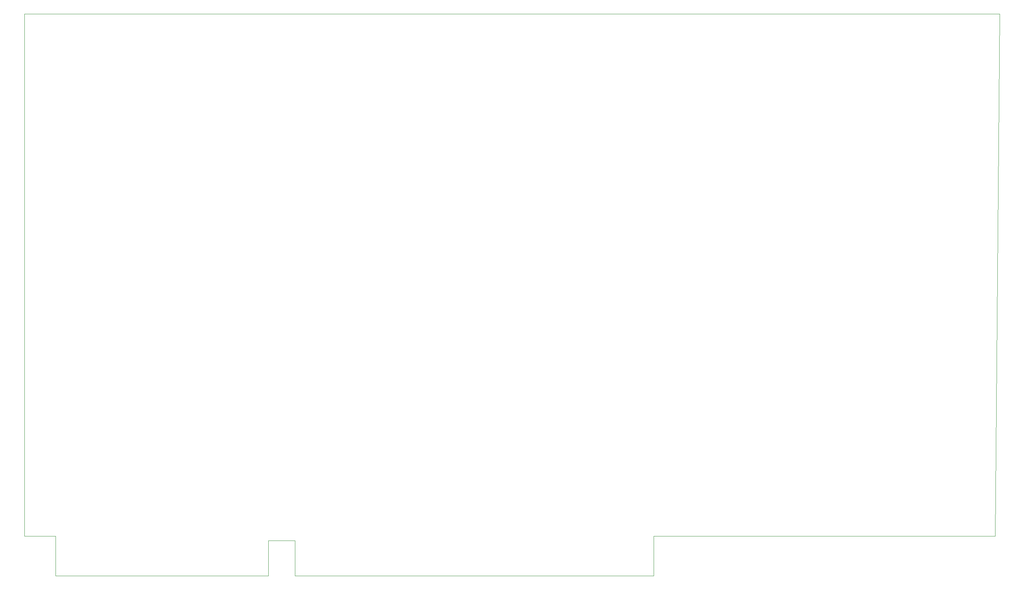
<source format=gbr>
%TF.GenerationSoftware,KiCad,Pcbnew,5.1.6-c6e7f7d~86~ubuntu18.04.1*%
%TF.CreationDate,2021-01-30T18:03:06+08:00*%
%TF.ProjectId,amiga_ocs,616d6967-615f-46f6-9373-2e6b69636164,rev?*%
%TF.SameCoordinates,Original*%
%TF.FileFunction,Profile,NP*%
%FSLAX46Y46*%
G04 Gerber Fmt 4.6, Leading zero omitted, Abs format (unit mm)*
G04 Created by KiCad (PCBNEW 5.1.6-c6e7f7d~86~ubuntu18.04.1) date 2021-01-30 18:03:06*
%MOMM*%
%LPD*%
G01*
G04 APERTURE LIST*
%TA.AperFunction,Profile*%
%ADD10C,0.050000*%
%TD*%
G04 APERTURE END LIST*
D10*
X37000000Y-148000000D02*
X37000000Y-139000000D01*
X85000000Y-148000000D02*
X37000000Y-148000000D01*
X85000000Y-140000000D02*
X85000000Y-148000000D01*
X91000000Y-140000000D02*
X85000000Y-140000000D01*
X91000000Y-148000000D02*
X91000000Y-140000000D01*
X172000000Y-148000000D02*
X91000000Y-148000000D01*
X172000000Y-139000000D02*
X172000000Y-148000000D01*
X249000000Y-139000000D02*
X172000000Y-139000000D01*
X250000000Y-21000000D02*
X249000000Y-139000000D01*
X30000000Y-21000000D02*
X250000000Y-21000000D01*
X30000000Y-139000000D02*
X30000000Y-21000000D01*
X37000000Y-139000000D02*
X30000000Y-139000000D01*
M02*

</source>
